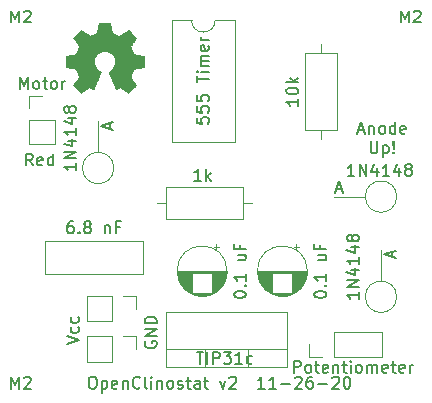
<source format=gbr>
%TF.GenerationSoftware,KiCad,Pcbnew,(5.1.6)-1*%
%TF.CreationDate,2020-11-27T00:36:02-06:00*%
%TF.ProjectId,CircuitBoard,43697263-7569-4744-926f-6172642e6b69,rev?*%
%TF.SameCoordinates,Original*%
%TF.FileFunction,Legend,Top*%
%TF.FilePolarity,Positive*%
%FSLAX46Y46*%
G04 Gerber Fmt 4.6, Leading zero omitted, Abs format (unit mm)*
G04 Created by KiCad (PCBNEW (5.1.6)-1) date 2020-11-27 00:36:02*
%MOMM*%
%LPD*%
G01*
G04 APERTURE LIST*
%ADD10C,0.150000*%
%ADD11C,0.010000*%
%ADD12C,0.120000*%
G04 APERTURE END LIST*
D10*
X225576190Y-99591666D02*
X226052380Y-99591666D01*
X225480952Y-99877380D02*
X225814285Y-98877380D01*
X226147619Y-99877380D01*
X226480952Y-99210714D02*
X226480952Y-99877380D01*
X226480952Y-99305952D02*
X226528571Y-99258333D01*
X226623809Y-99210714D01*
X226766666Y-99210714D01*
X226861904Y-99258333D01*
X226909523Y-99353571D01*
X226909523Y-99877380D01*
X227528571Y-99877380D02*
X227433333Y-99829761D01*
X227385714Y-99782142D01*
X227338095Y-99686904D01*
X227338095Y-99401190D01*
X227385714Y-99305952D01*
X227433333Y-99258333D01*
X227528571Y-99210714D01*
X227671428Y-99210714D01*
X227766666Y-99258333D01*
X227814285Y-99305952D01*
X227861904Y-99401190D01*
X227861904Y-99686904D01*
X227814285Y-99782142D01*
X227766666Y-99829761D01*
X227671428Y-99877380D01*
X227528571Y-99877380D01*
X228719047Y-99877380D02*
X228719047Y-98877380D01*
X228719047Y-99829761D02*
X228623809Y-99877380D01*
X228433333Y-99877380D01*
X228338095Y-99829761D01*
X228290476Y-99782142D01*
X228242857Y-99686904D01*
X228242857Y-99401190D01*
X228290476Y-99305952D01*
X228338095Y-99258333D01*
X228433333Y-99210714D01*
X228623809Y-99210714D01*
X228719047Y-99258333D01*
X229576190Y-99829761D02*
X229480952Y-99877380D01*
X229290476Y-99877380D01*
X229195238Y-99829761D01*
X229147619Y-99734523D01*
X229147619Y-99353571D01*
X229195238Y-99258333D01*
X229290476Y-99210714D01*
X229480952Y-99210714D01*
X229576190Y-99258333D01*
X229623809Y-99353571D01*
X229623809Y-99448809D01*
X229147619Y-99544047D01*
X226623809Y-100527380D02*
X226623809Y-101336904D01*
X226671428Y-101432142D01*
X226719047Y-101479761D01*
X226814285Y-101527380D01*
X227004761Y-101527380D01*
X227100000Y-101479761D01*
X227147619Y-101432142D01*
X227195238Y-101336904D01*
X227195238Y-100527380D01*
X227671428Y-100860714D02*
X227671428Y-101860714D01*
X227671428Y-100908333D02*
X227766666Y-100860714D01*
X227957142Y-100860714D01*
X228052380Y-100908333D01*
X228100000Y-100955952D01*
X228147619Y-101051190D01*
X228147619Y-101336904D01*
X228100000Y-101432142D01*
X228052380Y-101479761D01*
X227957142Y-101527380D01*
X227766666Y-101527380D01*
X227671428Y-101479761D01*
X228576190Y-101432142D02*
X228623809Y-101479761D01*
X228576190Y-101527380D01*
X228528571Y-101479761D01*
X228576190Y-101432142D01*
X228576190Y-101527380D01*
X228576190Y-101146428D02*
X228528571Y-100575000D01*
X228576190Y-100527380D01*
X228623809Y-100575000D01*
X228576190Y-101146428D01*
X228576190Y-100527380D01*
X198028571Y-102552380D02*
X197695238Y-102076190D01*
X197457142Y-102552380D02*
X197457142Y-101552380D01*
X197838095Y-101552380D01*
X197933333Y-101600000D01*
X197980952Y-101647619D01*
X198028571Y-101742857D01*
X198028571Y-101885714D01*
X197980952Y-101980952D01*
X197933333Y-102028571D01*
X197838095Y-102076190D01*
X197457142Y-102076190D01*
X198838095Y-102504761D02*
X198742857Y-102552380D01*
X198552380Y-102552380D01*
X198457142Y-102504761D01*
X198409523Y-102409523D01*
X198409523Y-102028571D01*
X198457142Y-101933333D01*
X198552380Y-101885714D01*
X198742857Y-101885714D01*
X198838095Y-101933333D01*
X198885714Y-102028571D01*
X198885714Y-102123809D01*
X198409523Y-102219047D01*
X199742857Y-102552380D02*
X199742857Y-101552380D01*
X199742857Y-102504761D02*
X199647619Y-102552380D01*
X199457142Y-102552380D01*
X199361904Y-102504761D01*
X199314285Y-102457142D01*
X199266666Y-102361904D01*
X199266666Y-102076190D01*
X199314285Y-101980952D01*
X199361904Y-101933333D01*
X199457142Y-101885714D01*
X199647619Y-101885714D01*
X199742857Y-101933333D01*
X200902380Y-117690476D02*
X201902380Y-117357142D01*
X200902380Y-117023809D01*
X201854761Y-116261904D02*
X201902380Y-116357142D01*
X201902380Y-116547619D01*
X201854761Y-116642857D01*
X201807142Y-116690476D01*
X201711904Y-116738095D01*
X201426190Y-116738095D01*
X201330952Y-116690476D01*
X201283333Y-116642857D01*
X201235714Y-116547619D01*
X201235714Y-116357142D01*
X201283333Y-116261904D01*
X201854761Y-115404761D02*
X201902380Y-115500000D01*
X201902380Y-115690476D01*
X201854761Y-115785714D01*
X201807142Y-115833333D01*
X201711904Y-115880952D01*
X201426190Y-115880952D01*
X201330952Y-115833333D01*
X201283333Y-115785714D01*
X201235714Y-115690476D01*
X201235714Y-115500000D01*
X201283333Y-115404761D01*
X207550000Y-117461904D02*
X207502380Y-117557142D01*
X207502380Y-117700000D01*
X207550000Y-117842857D01*
X207645238Y-117938095D01*
X207740476Y-117985714D01*
X207930952Y-118033333D01*
X208073809Y-118033333D01*
X208264285Y-117985714D01*
X208359523Y-117938095D01*
X208454761Y-117842857D01*
X208502380Y-117700000D01*
X208502380Y-117604761D01*
X208454761Y-117461904D01*
X208407142Y-117414285D01*
X208073809Y-117414285D01*
X208073809Y-117604761D01*
X208502380Y-116985714D02*
X207502380Y-116985714D01*
X208502380Y-116414285D01*
X207502380Y-116414285D01*
X208502380Y-115938095D02*
X207502380Y-115938095D01*
X207502380Y-115700000D01*
X207550000Y-115557142D01*
X207645238Y-115461904D01*
X207740476Y-115414285D01*
X207930952Y-115366666D01*
X208073809Y-115366666D01*
X208264285Y-115414285D01*
X208359523Y-115461904D01*
X208454761Y-115557142D01*
X208502380Y-115700000D01*
X208502380Y-115938095D01*
X217666666Y-121452380D02*
X217095238Y-121452380D01*
X217380952Y-121452380D02*
X217380952Y-120452380D01*
X217285714Y-120595238D01*
X217190476Y-120690476D01*
X217095238Y-120738095D01*
X218619047Y-121452380D02*
X218047619Y-121452380D01*
X218333333Y-121452380D02*
X218333333Y-120452380D01*
X218238095Y-120595238D01*
X218142857Y-120690476D01*
X218047619Y-120738095D01*
X219047619Y-121071428D02*
X219809523Y-121071428D01*
X220238095Y-120547619D02*
X220285714Y-120500000D01*
X220380952Y-120452380D01*
X220619047Y-120452380D01*
X220714285Y-120500000D01*
X220761904Y-120547619D01*
X220809523Y-120642857D01*
X220809523Y-120738095D01*
X220761904Y-120880952D01*
X220190476Y-121452380D01*
X220809523Y-121452380D01*
X221666666Y-120452380D02*
X221476190Y-120452380D01*
X221380952Y-120500000D01*
X221333333Y-120547619D01*
X221238095Y-120690476D01*
X221190476Y-120880952D01*
X221190476Y-121261904D01*
X221238095Y-121357142D01*
X221285714Y-121404761D01*
X221380952Y-121452380D01*
X221571428Y-121452380D01*
X221666666Y-121404761D01*
X221714285Y-121357142D01*
X221761904Y-121261904D01*
X221761904Y-121023809D01*
X221714285Y-120928571D01*
X221666666Y-120880952D01*
X221571428Y-120833333D01*
X221380952Y-120833333D01*
X221285714Y-120880952D01*
X221238095Y-120928571D01*
X221190476Y-121023809D01*
X222190476Y-121071428D02*
X222952380Y-121071428D01*
X223380952Y-120547619D02*
X223428571Y-120500000D01*
X223523809Y-120452380D01*
X223761904Y-120452380D01*
X223857142Y-120500000D01*
X223904761Y-120547619D01*
X223952380Y-120642857D01*
X223952380Y-120738095D01*
X223904761Y-120880952D01*
X223333333Y-121452380D01*
X223952380Y-121452380D01*
X224571428Y-120452380D02*
X224666666Y-120452380D01*
X224761904Y-120500000D01*
X224809523Y-120547619D01*
X224857142Y-120642857D01*
X224904761Y-120833333D01*
X224904761Y-121071428D01*
X224857142Y-121261904D01*
X224809523Y-121357142D01*
X224761904Y-121404761D01*
X224666666Y-121452380D01*
X224571428Y-121452380D01*
X224476190Y-121404761D01*
X224428571Y-121357142D01*
X224380952Y-121261904D01*
X224333333Y-121071428D01*
X224333333Y-120833333D01*
X224380952Y-120642857D01*
X224428571Y-120547619D01*
X224476190Y-120500000D01*
X224571428Y-120452380D01*
X203000000Y-120452380D02*
X203190476Y-120452380D01*
X203285714Y-120500000D01*
X203380952Y-120595238D01*
X203428571Y-120785714D01*
X203428571Y-121119047D01*
X203380952Y-121309523D01*
X203285714Y-121404761D01*
X203190476Y-121452380D01*
X203000000Y-121452380D01*
X202904761Y-121404761D01*
X202809523Y-121309523D01*
X202761904Y-121119047D01*
X202761904Y-120785714D01*
X202809523Y-120595238D01*
X202904761Y-120500000D01*
X203000000Y-120452380D01*
X203857142Y-120785714D02*
X203857142Y-121785714D01*
X203857142Y-120833333D02*
X203952380Y-120785714D01*
X204142857Y-120785714D01*
X204238095Y-120833333D01*
X204285714Y-120880952D01*
X204333333Y-120976190D01*
X204333333Y-121261904D01*
X204285714Y-121357142D01*
X204238095Y-121404761D01*
X204142857Y-121452380D01*
X203952380Y-121452380D01*
X203857142Y-121404761D01*
X205142857Y-121404761D02*
X205047619Y-121452380D01*
X204857142Y-121452380D01*
X204761904Y-121404761D01*
X204714285Y-121309523D01*
X204714285Y-120928571D01*
X204761904Y-120833333D01*
X204857142Y-120785714D01*
X205047619Y-120785714D01*
X205142857Y-120833333D01*
X205190476Y-120928571D01*
X205190476Y-121023809D01*
X204714285Y-121119047D01*
X205619047Y-120785714D02*
X205619047Y-121452380D01*
X205619047Y-120880952D02*
X205666666Y-120833333D01*
X205761904Y-120785714D01*
X205904761Y-120785714D01*
X206000000Y-120833333D01*
X206047619Y-120928571D01*
X206047619Y-121452380D01*
X207095238Y-121357142D02*
X207047619Y-121404761D01*
X206904761Y-121452380D01*
X206809523Y-121452380D01*
X206666666Y-121404761D01*
X206571428Y-121309523D01*
X206523809Y-121214285D01*
X206476190Y-121023809D01*
X206476190Y-120880952D01*
X206523809Y-120690476D01*
X206571428Y-120595238D01*
X206666666Y-120500000D01*
X206809523Y-120452380D01*
X206904761Y-120452380D01*
X207047619Y-120500000D01*
X207095238Y-120547619D01*
X207666666Y-121452380D02*
X207571428Y-121404761D01*
X207523809Y-121309523D01*
X207523809Y-120452380D01*
X208047619Y-121452380D02*
X208047619Y-120785714D01*
X208047619Y-120452380D02*
X208000000Y-120500000D01*
X208047619Y-120547619D01*
X208095238Y-120500000D01*
X208047619Y-120452380D01*
X208047619Y-120547619D01*
X208523809Y-120785714D02*
X208523809Y-121452380D01*
X208523809Y-120880952D02*
X208571428Y-120833333D01*
X208666666Y-120785714D01*
X208809523Y-120785714D01*
X208904761Y-120833333D01*
X208952380Y-120928571D01*
X208952380Y-121452380D01*
X209571428Y-121452380D02*
X209476190Y-121404761D01*
X209428571Y-121357142D01*
X209380952Y-121261904D01*
X209380952Y-120976190D01*
X209428571Y-120880952D01*
X209476190Y-120833333D01*
X209571428Y-120785714D01*
X209714285Y-120785714D01*
X209809523Y-120833333D01*
X209857142Y-120880952D01*
X209904761Y-120976190D01*
X209904761Y-121261904D01*
X209857142Y-121357142D01*
X209809523Y-121404761D01*
X209714285Y-121452380D01*
X209571428Y-121452380D01*
X210285714Y-121404761D02*
X210380952Y-121452380D01*
X210571428Y-121452380D01*
X210666666Y-121404761D01*
X210714285Y-121309523D01*
X210714285Y-121261904D01*
X210666666Y-121166666D01*
X210571428Y-121119047D01*
X210428571Y-121119047D01*
X210333333Y-121071428D01*
X210285714Y-120976190D01*
X210285714Y-120928571D01*
X210333333Y-120833333D01*
X210428571Y-120785714D01*
X210571428Y-120785714D01*
X210666666Y-120833333D01*
X211000000Y-120785714D02*
X211380952Y-120785714D01*
X211142857Y-120452380D02*
X211142857Y-121309523D01*
X211190476Y-121404761D01*
X211285714Y-121452380D01*
X211380952Y-121452380D01*
X212142857Y-121452380D02*
X212142857Y-120928571D01*
X212095238Y-120833333D01*
X212000000Y-120785714D01*
X211809523Y-120785714D01*
X211714285Y-120833333D01*
X212142857Y-121404761D02*
X212047619Y-121452380D01*
X211809523Y-121452380D01*
X211714285Y-121404761D01*
X211666666Y-121309523D01*
X211666666Y-121214285D01*
X211714285Y-121119047D01*
X211809523Y-121071428D01*
X212047619Y-121071428D01*
X212142857Y-121023809D01*
X212476190Y-120785714D02*
X212857142Y-120785714D01*
X212619047Y-120452380D02*
X212619047Y-121309523D01*
X212666666Y-121404761D01*
X212761904Y-121452380D01*
X212857142Y-121452380D01*
X213857142Y-120785714D02*
X214095238Y-121452380D01*
X214333333Y-120785714D01*
X214666666Y-120547619D02*
X214714285Y-120500000D01*
X214809523Y-120452380D01*
X215047619Y-120452380D01*
X215142857Y-120500000D01*
X215190476Y-120547619D01*
X215238095Y-120642857D01*
X215238095Y-120738095D01*
X215190476Y-120880952D01*
X214619047Y-121452380D01*
X215238095Y-121452380D01*
D11*
%TO.C,REF\u002A\u002A*%
G36*
X204655814Y-90918931D02*
G01*
X204739635Y-91363555D01*
X205048920Y-91491053D01*
X205358206Y-91618551D01*
X205729246Y-91366246D01*
X205833157Y-91295996D01*
X205927087Y-91233272D01*
X206006652Y-91180938D01*
X206067470Y-91141857D01*
X206105157Y-91118893D01*
X206115421Y-91113942D01*
X206133910Y-91126676D01*
X206173420Y-91161882D01*
X206229522Y-91215062D01*
X206297787Y-91281718D01*
X206373786Y-91357354D01*
X206453092Y-91437472D01*
X206531275Y-91517574D01*
X206603907Y-91593164D01*
X206666559Y-91659745D01*
X206714803Y-91712818D01*
X206744210Y-91747887D01*
X206751241Y-91759623D01*
X206741123Y-91781260D01*
X206712759Y-91828662D01*
X206669129Y-91897193D01*
X206613218Y-91982215D01*
X206548006Y-92079093D01*
X206510219Y-92134350D01*
X206441343Y-92235248D01*
X206380140Y-92326299D01*
X206329578Y-92402970D01*
X206292628Y-92460728D01*
X206272258Y-92495043D01*
X206269197Y-92502254D01*
X206276136Y-92522748D01*
X206295051Y-92570513D01*
X206323087Y-92638832D01*
X206357391Y-92720989D01*
X206395109Y-92810270D01*
X206433387Y-92899958D01*
X206469370Y-92983338D01*
X206500206Y-93053694D01*
X206523039Y-93104310D01*
X206535017Y-93128471D01*
X206535724Y-93129422D01*
X206554531Y-93134036D01*
X206604618Y-93144328D01*
X206680793Y-93159287D01*
X206777865Y-93177901D01*
X206890643Y-93199159D01*
X206956442Y-93211418D01*
X207076950Y-93234362D01*
X207185797Y-93256195D01*
X207277476Y-93275722D01*
X207346481Y-93291748D01*
X207387304Y-93303079D01*
X207395511Y-93306674D01*
X207403548Y-93331006D01*
X207410033Y-93385959D01*
X207414970Y-93465108D01*
X207418364Y-93562026D01*
X207420218Y-93670287D01*
X207420538Y-93783465D01*
X207419327Y-93895135D01*
X207416590Y-93998868D01*
X207412331Y-94088241D01*
X207406555Y-94156826D01*
X207399267Y-94198197D01*
X207394895Y-94206810D01*
X207368764Y-94217133D01*
X207313393Y-94231892D01*
X207236107Y-94249352D01*
X207144230Y-94267780D01*
X207112158Y-94273741D01*
X206957524Y-94302066D01*
X206835375Y-94324876D01*
X206741673Y-94343080D01*
X206672384Y-94357583D01*
X206623471Y-94369292D01*
X206590897Y-94379115D01*
X206570628Y-94387956D01*
X206558626Y-94396724D01*
X206556947Y-94398457D01*
X206540184Y-94426371D01*
X206514614Y-94480695D01*
X206482788Y-94554777D01*
X206447260Y-94641965D01*
X206410583Y-94735608D01*
X206375311Y-94829052D01*
X206343996Y-94915647D01*
X206319193Y-94988740D01*
X206303454Y-95041678D01*
X206299332Y-95067811D01*
X206299676Y-95068726D01*
X206313641Y-95090086D01*
X206345322Y-95137084D01*
X206391391Y-95204827D01*
X206448518Y-95288423D01*
X206513373Y-95382982D01*
X206531843Y-95409854D01*
X206597699Y-95507275D01*
X206655650Y-95596163D01*
X206702538Y-95671412D01*
X206735207Y-95727920D01*
X206750500Y-95760581D01*
X206751241Y-95764593D01*
X206738392Y-95785684D01*
X206702888Y-95827464D01*
X206649293Y-95885445D01*
X206582171Y-95955135D01*
X206506087Y-96032045D01*
X206425604Y-96111683D01*
X206345287Y-96189561D01*
X206269699Y-96261186D01*
X206203405Y-96322070D01*
X206150969Y-96367721D01*
X206116955Y-96393650D01*
X206107545Y-96397883D01*
X206085643Y-96387912D01*
X206040800Y-96361020D01*
X205980321Y-96321736D01*
X205933789Y-96290117D01*
X205849475Y-96232098D01*
X205749626Y-96163784D01*
X205649473Y-96095579D01*
X205595627Y-96059075D01*
X205413371Y-95935800D01*
X205260381Y-96018520D01*
X205190682Y-96054759D01*
X205131414Y-96082926D01*
X205091311Y-96098991D01*
X205081103Y-96101226D01*
X205068829Y-96084722D01*
X205044613Y-96038082D01*
X205010263Y-95965609D01*
X204967588Y-95871606D01*
X204918394Y-95760374D01*
X204864490Y-95636215D01*
X204807684Y-95503432D01*
X204749782Y-95366327D01*
X204692593Y-95229202D01*
X204637924Y-95096358D01*
X204587584Y-94972098D01*
X204543380Y-94860725D01*
X204507119Y-94766539D01*
X204480609Y-94693844D01*
X204465658Y-94646941D01*
X204463254Y-94630833D01*
X204482311Y-94610286D01*
X204524036Y-94576933D01*
X204579706Y-94537702D01*
X204584378Y-94534599D01*
X204728264Y-94419423D01*
X204844283Y-94285053D01*
X204931430Y-94135784D01*
X204988699Y-93975913D01*
X205015086Y-93809737D01*
X205009585Y-93641552D01*
X204971190Y-93475655D01*
X204898895Y-93316342D01*
X204877626Y-93281487D01*
X204766996Y-93140737D01*
X204636302Y-93027714D01*
X204490064Y-92943003D01*
X204332808Y-92887194D01*
X204169057Y-92860874D01*
X204003333Y-92864630D01*
X203840162Y-92899050D01*
X203684065Y-92964723D01*
X203539567Y-93062235D01*
X203494869Y-93101813D01*
X203381112Y-93225703D01*
X203298218Y-93356124D01*
X203241356Y-93502315D01*
X203209687Y-93647088D01*
X203201869Y-93809860D01*
X203227938Y-93973440D01*
X203285245Y-94132298D01*
X203371144Y-94280906D01*
X203482986Y-94413735D01*
X203618123Y-94525256D01*
X203635883Y-94537011D01*
X203692150Y-94575508D01*
X203734923Y-94608863D01*
X203755372Y-94630160D01*
X203755669Y-94630833D01*
X203751279Y-94653871D01*
X203733876Y-94706157D01*
X203705268Y-94783390D01*
X203667265Y-94881268D01*
X203621674Y-94995491D01*
X203570303Y-95121758D01*
X203514962Y-95255767D01*
X203457458Y-95393218D01*
X203399601Y-95529808D01*
X203343198Y-95661237D01*
X203290058Y-95783205D01*
X203241990Y-95891409D01*
X203200801Y-95981549D01*
X203168301Y-96049323D01*
X203146297Y-96090430D01*
X203137436Y-96101226D01*
X203110360Y-96092819D01*
X203059697Y-96070272D01*
X202994183Y-96037613D01*
X202958159Y-96018520D01*
X202805168Y-95935800D01*
X202622912Y-96059075D01*
X202529875Y-96122228D01*
X202428015Y-96191727D01*
X202332562Y-96257165D01*
X202284750Y-96290117D01*
X202217505Y-96335273D01*
X202160564Y-96371057D01*
X202121354Y-96392938D01*
X202108619Y-96397563D01*
X202090083Y-96385085D01*
X202049059Y-96350252D01*
X201989525Y-96296678D01*
X201915458Y-96227983D01*
X201830835Y-96147781D01*
X201777315Y-96096286D01*
X201683681Y-96004286D01*
X201602759Y-95921999D01*
X201537823Y-95852945D01*
X201492142Y-95800644D01*
X201468989Y-95768616D01*
X201466768Y-95762116D01*
X201477076Y-95737394D01*
X201505561Y-95687405D01*
X201549063Y-95617212D01*
X201604423Y-95531875D01*
X201668480Y-95436456D01*
X201686697Y-95409854D01*
X201753073Y-95313167D01*
X201812622Y-95226117D01*
X201862016Y-95153595D01*
X201897925Y-95100493D01*
X201917019Y-95071703D01*
X201918864Y-95068726D01*
X201916105Y-95045782D01*
X201901462Y-94995336D01*
X201877487Y-94924041D01*
X201846734Y-94838547D01*
X201811756Y-94745507D01*
X201775107Y-94651574D01*
X201739339Y-94563399D01*
X201707006Y-94487634D01*
X201680662Y-94430931D01*
X201662858Y-94399943D01*
X201661593Y-94398457D01*
X201650706Y-94389601D01*
X201632318Y-94380843D01*
X201602394Y-94371277D01*
X201556897Y-94359996D01*
X201491791Y-94346093D01*
X201403039Y-94328663D01*
X201286607Y-94306798D01*
X201138458Y-94279591D01*
X201106382Y-94273741D01*
X201011314Y-94255374D01*
X200928435Y-94237405D01*
X200865070Y-94221569D01*
X200828542Y-94209600D01*
X200823644Y-94206810D01*
X200815573Y-94182072D01*
X200809013Y-94126790D01*
X200803967Y-94047389D01*
X200800441Y-93950296D01*
X200798439Y-93841938D01*
X200797964Y-93728740D01*
X200799023Y-93617128D01*
X200801618Y-93513529D01*
X200805754Y-93424368D01*
X200811437Y-93356072D01*
X200818669Y-93315066D01*
X200823029Y-93306674D01*
X200847302Y-93298208D01*
X200902574Y-93284435D01*
X200983338Y-93266550D01*
X201084088Y-93245748D01*
X201199317Y-93223223D01*
X201262098Y-93211418D01*
X201381213Y-93189151D01*
X201487435Y-93168979D01*
X201575573Y-93151915D01*
X201640434Y-93138969D01*
X201676826Y-93131155D01*
X201682816Y-93129422D01*
X201692939Y-93109890D01*
X201714338Y-93062843D01*
X201744161Y-92995003D01*
X201779555Y-92913091D01*
X201817668Y-92823828D01*
X201855647Y-92733935D01*
X201890640Y-92650135D01*
X201919794Y-92579147D01*
X201940257Y-92527694D01*
X201949177Y-92502497D01*
X201949343Y-92501396D01*
X201939231Y-92481519D01*
X201910883Y-92435777D01*
X201867277Y-92368717D01*
X201811394Y-92284884D01*
X201746213Y-92188826D01*
X201708321Y-92133650D01*
X201639275Y-92032481D01*
X201577950Y-91940630D01*
X201527337Y-91862744D01*
X201490429Y-91803469D01*
X201470218Y-91767451D01*
X201467299Y-91759377D01*
X201479847Y-91740584D01*
X201514537Y-91700457D01*
X201566937Y-91643493D01*
X201632616Y-91574185D01*
X201707144Y-91497031D01*
X201786087Y-91416525D01*
X201865017Y-91337163D01*
X201939500Y-91263440D01*
X202005106Y-91199852D01*
X202057404Y-91150894D01*
X202091961Y-91121061D01*
X202103522Y-91113942D01*
X202122346Y-91123953D01*
X202167369Y-91152078D01*
X202234213Y-91195454D01*
X202318501Y-91251218D01*
X202415856Y-91316506D01*
X202489293Y-91366246D01*
X202860333Y-91618551D01*
X203478905Y-91363555D01*
X203562725Y-90918931D01*
X203646546Y-90474307D01*
X204571994Y-90474307D01*
X204655814Y-90918931D01*
G37*
X204655814Y-90918931D02*
X204739635Y-91363555D01*
X205048920Y-91491053D01*
X205358206Y-91618551D01*
X205729246Y-91366246D01*
X205833157Y-91295996D01*
X205927087Y-91233272D01*
X206006652Y-91180938D01*
X206067470Y-91141857D01*
X206105157Y-91118893D01*
X206115421Y-91113942D01*
X206133910Y-91126676D01*
X206173420Y-91161882D01*
X206229522Y-91215062D01*
X206297787Y-91281718D01*
X206373786Y-91357354D01*
X206453092Y-91437472D01*
X206531275Y-91517574D01*
X206603907Y-91593164D01*
X206666559Y-91659745D01*
X206714803Y-91712818D01*
X206744210Y-91747887D01*
X206751241Y-91759623D01*
X206741123Y-91781260D01*
X206712759Y-91828662D01*
X206669129Y-91897193D01*
X206613218Y-91982215D01*
X206548006Y-92079093D01*
X206510219Y-92134350D01*
X206441343Y-92235248D01*
X206380140Y-92326299D01*
X206329578Y-92402970D01*
X206292628Y-92460728D01*
X206272258Y-92495043D01*
X206269197Y-92502254D01*
X206276136Y-92522748D01*
X206295051Y-92570513D01*
X206323087Y-92638832D01*
X206357391Y-92720989D01*
X206395109Y-92810270D01*
X206433387Y-92899958D01*
X206469370Y-92983338D01*
X206500206Y-93053694D01*
X206523039Y-93104310D01*
X206535017Y-93128471D01*
X206535724Y-93129422D01*
X206554531Y-93134036D01*
X206604618Y-93144328D01*
X206680793Y-93159287D01*
X206777865Y-93177901D01*
X206890643Y-93199159D01*
X206956442Y-93211418D01*
X207076950Y-93234362D01*
X207185797Y-93256195D01*
X207277476Y-93275722D01*
X207346481Y-93291748D01*
X207387304Y-93303079D01*
X207395511Y-93306674D01*
X207403548Y-93331006D01*
X207410033Y-93385959D01*
X207414970Y-93465108D01*
X207418364Y-93562026D01*
X207420218Y-93670287D01*
X207420538Y-93783465D01*
X207419327Y-93895135D01*
X207416590Y-93998868D01*
X207412331Y-94088241D01*
X207406555Y-94156826D01*
X207399267Y-94198197D01*
X207394895Y-94206810D01*
X207368764Y-94217133D01*
X207313393Y-94231892D01*
X207236107Y-94249352D01*
X207144230Y-94267780D01*
X207112158Y-94273741D01*
X206957524Y-94302066D01*
X206835375Y-94324876D01*
X206741673Y-94343080D01*
X206672384Y-94357583D01*
X206623471Y-94369292D01*
X206590897Y-94379115D01*
X206570628Y-94387956D01*
X206558626Y-94396724D01*
X206556947Y-94398457D01*
X206540184Y-94426371D01*
X206514614Y-94480695D01*
X206482788Y-94554777D01*
X206447260Y-94641965D01*
X206410583Y-94735608D01*
X206375311Y-94829052D01*
X206343996Y-94915647D01*
X206319193Y-94988740D01*
X206303454Y-95041678D01*
X206299332Y-95067811D01*
X206299676Y-95068726D01*
X206313641Y-95090086D01*
X206345322Y-95137084D01*
X206391391Y-95204827D01*
X206448518Y-95288423D01*
X206513373Y-95382982D01*
X206531843Y-95409854D01*
X206597699Y-95507275D01*
X206655650Y-95596163D01*
X206702538Y-95671412D01*
X206735207Y-95727920D01*
X206750500Y-95760581D01*
X206751241Y-95764593D01*
X206738392Y-95785684D01*
X206702888Y-95827464D01*
X206649293Y-95885445D01*
X206582171Y-95955135D01*
X206506087Y-96032045D01*
X206425604Y-96111683D01*
X206345287Y-96189561D01*
X206269699Y-96261186D01*
X206203405Y-96322070D01*
X206150969Y-96367721D01*
X206116955Y-96393650D01*
X206107545Y-96397883D01*
X206085643Y-96387912D01*
X206040800Y-96361020D01*
X205980321Y-96321736D01*
X205933789Y-96290117D01*
X205849475Y-96232098D01*
X205749626Y-96163784D01*
X205649473Y-96095579D01*
X205595627Y-96059075D01*
X205413371Y-95935800D01*
X205260381Y-96018520D01*
X205190682Y-96054759D01*
X205131414Y-96082926D01*
X205091311Y-96098991D01*
X205081103Y-96101226D01*
X205068829Y-96084722D01*
X205044613Y-96038082D01*
X205010263Y-95965609D01*
X204967588Y-95871606D01*
X204918394Y-95760374D01*
X204864490Y-95636215D01*
X204807684Y-95503432D01*
X204749782Y-95366327D01*
X204692593Y-95229202D01*
X204637924Y-95096358D01*
X204587584Y-94972098D01*
X204543380Y-94860725D01*
X204507119Y-94766539D01*
X204480609Y-94693844D01*
X204465658Y-94646941D01*
X204463254Y-94630833D01*
X204482311Y-94610286D01*
X204524036Y-94576933D01*
X204579706Y-94537702D01*
X204584378Y-94534599D01*
X204728264Y-94419423D01*
X204844283Y-94285053D01*
X204931430Y-94135784D01*
X204988699Y-93975913D01*
X205015086Y-93809737D01*
X205009585Y-93641552D01*
X204971190Y-93475655D01*
X204898895Y-93316342D01*
X204877626Y-93281487D01*
X204766996Y-93140737D01*
X204636302Y-93027714D01*
X204490064Y-92943003D01*
X204332808Y-92887194D01*
X204169057Y-92860874D01*
X204003333Y-92864630D01*
X203840162Y-92899050D01*
X203684065Y-92964723D01*
X203539567Y-93062235D01*
X203494869Y-93101813D01*
X203381112Y-93225703D01*
X203298218Y-93356124D01*
X203241356Y-93502315D01*
X203209687Y-93647088D01*
X203201869Y-93809860D01*
X203227938Y-93973440D01*
X203285245Y-94132298D01*
X203371144Y-94280906D01*
X203482986Y-94413735D01*
X203618123Y-94525256D01*
X203635883Y-94537011D01*
X203692150Y-94575508D01*
X203734923Y-94608863D01*
X203755372Y-94630160D01*
X203755669Y-94630833D01*
X203751279Y-94653871D01*
X203733876Y-94706157D01*
X203705268Y-94783390D01*
X203667265Y-94881268D01*
X203621674Y-94995491D01*
X203570303Y-95121758D01*
X203514962Y-95255767D01*
X203457458Y-95393218D01*
X203399601Y-95529808D01*
X203343198Y-95661237D01*
X203290058Y-95783205D01*
X203241990Y-95891409D01*
X203200801Y-95981549D01*
X203168301Y-96049323D01*
X203146297Y-96090430D01*
X203137436Y-96101226D01*
X203110360Y-96092819D01*
X203059697Y-96070272D01*
X202994183Y-96037613D01*
X202958159Y-96018520D01*
X202805168Y-95935800D01*
X202622912Y-96059075D01*
X202529875Y-96122228D01*
X202428015Y-96191727D01*
X202332562Y-96257165D01*
X202284750Y-96290117D01*
X202217505Y-96335273D01*
X202160564Y-96371057D01*
X202121354Y-96392938D01*
X202108619Y-96397563D01*
X202090083Y-96385085D01*
X202049059Y-96350252D01*
X201989525Y-96296678D01*
X201915458Y-96227983D01*
X201830835Y-96147781D01*
X201777315Y-96096286D01*
X201683681Y-96004286D01*
X201602759Y-95921999D01*
X201537823Y-95852945D01*
X201492142Y-95800644D01*
X201468989Y-95768616D01*
X201466768Y-95762116D01*
X201477076Y-95737394D01*
X201505561Y-95687405D01*
X201549063Y-95617212D01*
X201604423Y-95531875D01*
X201668480Y-95436456D01*
X201686697Y-95409854D01*
X201753073Y-95313167D01*
X201812622Y-95226117D01*
X201862016Y-95153595D01*
X201897925Y-95100493D01*
X201917019Y-95071703D01*
X201918864Y-95068726D01*
X201916105Y-95045782D01*
X201901462Y-94995336D01*
X201877487Y-94924041D01*
X201846734Y-94838547D01*
X201811756Y-94745507D01*
X201775107Y-94651574D01*
X201739339Y-94563399D01*
X201707006Y-94487634D01*
X201680662Y-94430931D01*
X201662858Y-94399943D01*
X201661593Y-94398457D01*
X201650706Y-94389601D01*
X201632318Y-94380843D01*
X201602394Y-94371277D01*
X201556897Y-94359996D01*
X201491791Y-94346093D01*
X201403039Y-94328663D01*
X201286607Y-94306798D01*
X201138458Y-94279591D01*
X201106382Y-94273741D01*
X201011314Y-94255374D01*
X200928435Y-94237405D01*
X200865070Y-94221569D01*
X200828542Y-94209600D01*
X200823644Y-94206810D01*
X200815573Y-94182072D01*
X200809013Y-94126790D01*
X200803967Y-94047389D01*
X200800441Y-93950296D01*
X200798439Y-93841938D01*
X200797964Y-93728740D01*
X200799023Y-93617128D01*
X200801618Y-93513529D01*
X200805754Y-93424368D01*
X200811437Y-93356072D01*
X200818669Y-93315066D01*
X200823029Y-93306674D01*
X200847302Y-93298208D01*
X200902574Y-93284435D01*
X200983338Y-93266550D01*
X201084088Y-93245748D01*
X201199317Y-93223223D01*
X201262098Y-93211418D01*
X201381213Y-93189151D01*
X201487435Y-93168979D01*
X201575573Y-93151915D01*
X201640434Y-93138969D01*
X201676826Y-93131155D01*
X201682816Y-93129422D01*
X201692939Y-93109890D01*
X201714338Y-93062843D01*
X201744161Y-92995003D01*
X201779555Y-92913091D01*
X201817668Y-92823828D01*
X201855647Y-92733935D01*
X201890640Y-92650135D01*
X201919794Y-92579147D01*
X201940257Y-92527694D01*
X201949177Y-92502497D01*
X201949343Y-92501396D01*
X201939231Y-92481519D01*
X201910883Y-92435777D01*
X201867277Y-92368717D01*
X201811394Y-92284884D01*
X201746213Y-92188826D01*
X201708321Y-92133650D01*
X201639275Y-92032481D01*
X201577950Y-91940630D01*
X201527337Y-91862744D01*
X201490429Y-91803469D01*
X201470218Y-91767451D01*
X201467299Y-91759377D01*
X201479847Y-91740584D01*
X201514537Y-91700457D01*
X201566937Y-91643493D01*
X201632616Y-91574185D01*
X201707144Y-91497031D01*
X201786087Y-91416525D01*
X201865017Y-91337163D01*
X201939500Y-91263440D01*
X202005106Y-91199852D01*
X202057404Y-91150894D01*
X202091961Y-91121061D01*
X202103522Y-91113942D01*
X202122346Y-91123953D01*
X202167369Y-91152078D01*
X202234213Y-91195454D01*
X202318501Y-91251218D01*
X202415856Y-91316506D01*
X202489293Y-91366246D01*
X202860333Y-91618551D01*
X203478905Y-91363555D01*
X203562725Y-90918931D01*
X203646546Y-90474307D01*
X204571994Y-90474307D01*
X204655814Y-90918931D01*
D12*
%TO.C,1N4148*%
X204876371Y-102780000D02*
G75*
G03*
X204876371Y-102780000I-1326371J0D01*
G01*
X203550000Y-101453629D02*
X203550000Y-98800000D01*
X228826371Y-105200000D02*
G75*
G03*
X228826371Y-105200000I-1326371J0D01*
G01*
X226173629Y-105200000D02*
X223520000Y-105200000D01*
X228826371Y-113680000D02*
G75*
G03*
X228826371Y-113680000I-1326371J0D01*
G01*
X227500000Y-112353629D02*
X227500000Y-109700000D01*
%TO.C,6.8 nF*%
X199080000Y-108980000D02*
X207320000Y-108980000D01*
X199080000Y-111720000D02*
X207320000Y-111720000D01*
X199080000Y-108980000D02*
X199080000Y-111720000D01*
X207320000Y-108980000D02*
X207320000Y-111720000D01*
%TO.C,555 Timer*%
X213460000Y-90270000D02*
G75*
G02*
X211460000Y-90270000I-1000000J0D01*
G01*
X211460000Y-90270000D02*
X209810000Y-90270000D01*
X209810000Y-90270000D02*
X209810000Y-100550000D01*
X209810000Y-100550000D02*
X215110000Y-100550000D01*
X215110000Y-100550000D02*
X215110000Y-90270000D01*
X215110000Y-90270000D02*
X213460000Y-90270000D01*
%TO.C,Potentiometer*%
X227560000Y-118760000D02*
X227560000Y-116640000D01*
X223500000Y-118760000D02*
X227560000Y-118760000D01*
X223500000Y-116640000D02*
X227560000Y-116640000D01*
X223500000Y-118760000D02*
X223500000Y-116640000D01*
X222500000Y-118760000D02*
X221440000Y-118760000D01*
X221440000Y-118760000D02*
X221440000Y-117700000D01*
%TO.C,1k*%
X215840000Y-107120000D02*
X215840000Y-104380000D01*
X215840000Y-104380000D02*
X209300000Y-104380000D01*
X209300000Y-104380000D02*
X209300000Y-107120000D01*
X209300000Y-107120000D02*
X215840000Y-107120000D01*
X216610000Y-105750000D02*
X215840000Y-105750000D01*
X208530000Y-105750000D02*
X209300000Y-105750000D01*
%TO.C,10k*%
X221030000Y-99590000D02*
X223770000Y-99590000D01*
X223770000Y-99590000D02*
X223770000Y-93050000D01*
X223770000Y-93050000D02*
X221030000Y-93050000D01*
X221030000Y-93050000D02*
X221030000Y-99590000D01*
X222400000Y-100360000D02*
X222400000Y-99590000D01*
X222400000Y-92280000D02*
X222400000Y-93050000D01*
%TO.C,TIP31c*%
X219530000Y-119620000D02*
X209290000Y-119620000D01*
X219530000Y-114979000D02*
X209290000Y-114979000D01*
X219530000Y-119620000D02*
X219530000Y-114979000D01*
X209290000Y-119620000D02*
X209290000Y-114979000D01*
X219530000Y-118110000D02*
X209290000Y-118110000D01*
X216260000Y-119620000D02*
X216260000Y-118110000D01*
X212559000Y-119620000D02*
X212559000Y-118110000D01*
%TO.C,Motor*%
X197740000Y-100760000D02*
X199860000Y-100760000D01*
X197740000Y-98700000D02*
X197740000Y-100760000D01*
X199860000Y-98700000D02*
X199860000Y-100760000D01*
X197740000Y-98700000D02*
X199860000Y-98700000D01*
X197740000Y-97700000D02*
X197740000Y-96640000D01*
X197740000Y-96640000D02*
X198800000Y-96640000D01*
%TO.C,J2*%
X202640000Y-117040000D02*
X202640000Y-119160000D01*
X204700000Y-117040000D02*
X202640000Y-117040000D01*
X204700000Y-119160000D02*
X202640000Y-119160000D01*
X204700000Y-117040000D02*
X204700000Y-119160000D01*
X205700000Y-117040000D02*
X206760000Y-117040000D01*
X206760000Y-117040000D02*
X206760000Y-118100000D01*
%TO.C,J1*%
X202640000Y-113640000D02*
X202640000Y-115760000D01*
X204700000Y-113640000D02*
X202640000Y-113640000D01*
X204700000Y-115760000D02*
X202640000Y-115760000D01*
X204700000Y-113640000D02*
X204700000Y-115760000D01*
X205700000Y-113640000D02*
X206760000Y-113640000D01*
X206760000Y-113640000D02*
X206760000Y-114700000D01*
%TO.C,0.1 uF*%
X221270000Y-111500000D02*
G75*
G03*
X221270000Y-111500000I-2120000J0D01*
G01*
X221230000Y-111500000D02*
X217070000Y-111500000D01*
X221230000Y-111540000D02*
X217070000Y-111540000D01*
X221229000Y-111580000D02*
X217071000Y-111580000D01*
X221227000Y-111620000D02*
X217073000Y-111620000D01*
X221224000Y-111660000D02*
X217076000Y-111660000D01*
X221221000Y-111700000D02*
X219990000Y-111700000D01*
X218310000Y-111700000D02*
X217079000Y-111700000D01*
X221217000Y-111740000D02*
X219990000Y-111740000D01*
X218310000Y-111740000D02*
X217083000Y-111740000D01*
X221212000Y-111780000D02*
X219990000Y-111780000D01*
X218310000Y-111780000D02*
X217088000Y-111780000D01*
X221206000Y-111820000D02*
X219990000Y-111820000D01*
X218310000Y-111820000D02*
X217094000Y-111820000D01*
X221200000Y-111860000D02*
X219990000Y-111860000D01*
X218310000Y-111860000D02*
X217100000Y-111860000D01*
X221192000Y-111900000D02*
X219990000Y-111900000D01*
X218310000Y-111900000D02*
X217108000Y-111900000D01*
X221184000Y-111940000D02*
X219990000Y-111940000D01*
X218310000Y-111940000D02*
X217116000Y-111940000D01*
X221175000Y-111980000D02*
X219990000Y-111980000D01*
X218310000Y-111980000D02*
X217125000Y-111980000D01*
X221166000Y-112020000D02*
X219990000Y-112020000D01*
X218310000Y-112020000D02*
X217134000Y-112020000D01*
X221155000Y-112060000D02*
X219990000Y-112060000D01*
X218310000Y-112060000D02*
X217145000Y-112060000D01*
X221144000Y-112100000D02*
X219990000Y-112100000D01*
X218310000Y-112100000D02*
X217156000Y-112100000D01*
X221132000Y-112140000D02*
X219990000Y-112140000D01*
X218310000Y-112140000D02*
X217168000Y-112140000D01*
X221118000Y-112180000D02*
X219990000Y-112180000D01*
X218310000Y-112180000D02*
X217182000Y-112180000D01*
X221104000Y-112221000D02*
X219990000Y-112221000D01*
X218310000Y-112221000D02*
X217196000Y-112221000D01*
X221090000Y-112261000D02*
X219990000Y-112261000D01*
X218310000Y-112261000D02*
X217210000Y-112261000D01*
X221074000Y-112301000D02*
X219990000Y-112301000D01*
X218310000Y-112301000D02*
X217226000Y-112301000D01*
X221057000Y-112341000D02*
X219990000Y-112341000D01*
X218310000Y-112341000D02*
X217243000Y-112341000D01*
X221039000Y-112381000D02*
X219990000Y-112381000D01*
X218310000Y-112381000D02*
X217261000Y-112381000D01*
X221020000Y-112421000D02*
X219990000Y-112421000D01*
X218310000Y-112421000D02*
X217280000Y-112421000D01*
X221001000Y-112461000D02*
X219990000Y-112461000D01*
X218310000Y-112461000D02*
X217299000Y-112461000D01*
X220980000Y-112501000D02*
X219990000Y-112501000D01*
X218310000Y-112501000D02*
X217320000Y-112501000D01*
X220958000Y-112541000D02*
X219990000Y-112541000D01*
X218310000Y-112541000D02*
X217342000Y-112541000D01*
X220935000Y-112581000D02*
X219990000Y-112581000D01*
X218310000Y-112581000D02*
X217365000Y-112581000D01*
X220910000Y-112621000D02*
X219990000Y-112621000D01*
X218310000Y-112621000D02*
X217390000Y-112621000D01*
X220885000Y-112661000D02*
X219990000Y-112661000D01*
X218310000Y-112661000D02*
X217415000Y-112661000D01*
X220858000Y-112701000D02*
X219990000Y-112701000D01*
X218310000Y-112701000D02*
X217442000Y-112701000D01*
X220830000Y-112741000D02*
X219990000Y-112741000D01*
X218310000Y-112741000D02*
X217470000Y-112741000D01*
X220800000Y-112781000D02*
X219990000Y-112781000D01*
X218310000Y-112781000D02*
X217500000Y-112781000D01*
X220769000Y-112821000D02*
X219990000Y-112821000D01*
X218310000Y-112821000D02*
X217531000Y-112821000D01*
X220737000Y-112861000D02*
X219990000Y-112861000D01*
X218310000Y-112861000D02*
X217563000Y-112861000D01*
X220702000Y-112901000D02*
X219990000Y-112901000D01*
X218310000Y-112901000D02*
X217598000Y-112901000D01*
X220666000Y-112941000D02*
X219990000Y-112941000D01*
X218310000Y-112941000D02*
X217634000Y-112941000D01*
X220628000Y-112981000D02*
X219990000Y-112981000D01*
X218310000Y-112981000D02*
X217672000Y-112981000D01*
X220588000Y-113021000D02*
X219990000Y-113021000D01*
X218310000Y-113021000D02*
X217712000Y-113021000D01*
X220546000Y-113061000D02*
X219990000Y-113061000D01*
X218310000Y-113061000D02*
X217754000Y-113061000D01*
X220501000Y-113101000D02*
X219990000Y-113101000D01*
X218310000Y-113101000D02*
X217799000Y-113101000D01*
X220454000Y-113141000D02*
X219990000Y-113141000D01*
X218310000Y-113141000D02*
X217846000Y-113141000D01*
X220404000Y-113181000D02*
X219990000Y-113181000D01*
X218310000Y-113181000D02*
X217896000Y-113181000D01*
X220350000Y-113221000D02*
X219990000Y-113221000D01*
X218310000Y-113221000D02*
X217950000Y-113221000D01*
X220292000Y-113261000D02*
X219990000Y-113261000D01*
X218310000Y-113261000D02*
X218008000Y-113261000D01*
X220230000Y-113301000D02*
X219990000Y-113301000D01*
X218310000Y-113301000D02*
X218070000Y-113301000D01*
X220163000Y-113341000D02*
X218137000Y-113341000D01*
X220090000Y-113381000D02*
X218210000Y-113381000D01*
X220009000Y-113421000D02*
X218291000Y-113421000D01*
X219918000Y-113461000D02*
X218382000Y-113461000D01*
X219814000Y-113501000D02*
X218486000Y-113501000D01*
X219687000Y-113541000D02*
X218613000Y-113541000D01*
X219520000Y-113581000D02*
X218780000Y-113581000D01*
X220345000Y-109230199D02*
X220345000Y-109630199D01*
X220545000Y-109430199D02*
X220145000Y-109430199D01*
X214470000Y-111500000D02*
G75*
G03*
X214470000Y-111500000I-2120000J0D01*
G01*
X214430000Y-111500000D02*
X210270000Y-111500000D01*
X214430000Y-111540000D02*
X210270000Y-111540000D01*
X214429000Y-111580000D02*
X210271000Y-111580000D01*
X214427000Y-111620000D02*
X210273000Y-111620000D01*
X214424000Y-111660000D02*
X210276000Y-111660000D01*
X214421000Y-111700000D02*
X213190000Y-111700000D01*
X211510000Y-111700000D02*
X210279000Y-111700000D01*
X214417000Y-111740000D02*
X213190000Y-111740000D01*
X211510000Y-111740000D02*
X210283000Y-111740000D01*
X214412000Y-111780000D02*
X213190000Y-111780000D01*
X211510000Y-111780000D02*
X210288000Y-111780000D01*
X214406000Y-111820000D02*
X213190000Y-111820000D01*
X211510000Y-111820000D02*
X210294000Y-111820000D01*
X214400000Y-111860000D02*
X213190000Y-111860000D01*
X211510000Y-111860000D02*
X210300000Y-111860000D01*
X214392000Y-111900000D02*
X213190000Y-111900000D01*
X211510000Y-111900000D02*
X210308000Y-111900000D01*
X214384000Y-111940000D02*
X213190000Y-111940000D01*
X211510000Y-111940000D02*
X210316000Y-111940000D01*
X214375000Y-111980000D02*
X213190000Y-111980000D01*
X211510000Y-111980000D02*
X210325000Y-111980000D01*
X214366000Y-112020000D02*
X213190000Y-112020000D01*
X211510000Y-112020000D02*
X210334000Y-112020000D01*
X214355000Y-112060000D02*
X213190000Y-112060000D01*
X211510000Y-112060000D02*
X210345000Y-112060000D01*
X214344000Y-112100000D02*
X213190000Y-112100000D01*
X211510000Y-112100000D02*
X210356000Y-112100000D01*
X214332000Y-112140000D02*
X213190000Y-112140000D01*
X211510000Y-112140000D02*
X210368000Y-112140000D01*
X214318000Y-112180000D02*
X213190000Y-112180000D01*
X211510000Y-112180000D02*
X210382000Y-112180000D01*
X214304000Y-112221000D02*
X213190000Y-112221000D01*
X211510000Y-112221000D02*
X210396000Y-112221000D01*
X214290000Y-112261000D02*
X213190000Y-112261000D01*
X211510000Y-112261000D02*
X210410000Y-112261000D01*
X214274000Y-112301000D02*
X213190000Y-112301000D01*
X211510000Y-112301000D02*
X210426000Y-112301000D01*
X214257000Y-112341000D02*
X213190000Y-112341000D01*
X211510000Y-112341000D02*
X210443000Y-112341000D01*
X214239000Y-112381000D02*
X213190000Y-112381000D01*
X211510000Y-112381000D02*
X210461000Y-112381000D01*
X214220000Y-112421000D02*
X213190000Y-112421000D01*
X211510000Y-112421000D02*
X210480000Y-112421000D01*
X214201000Y-112461000D02*
X213190000Y-112461000D01*
X211510000Y-112461000D02*
X210499000Y-112461000D01*
X214180000Y-112501000D02*
X213190000Y-112501000D01*
X211510000Y-112501000D02*
X210520000Y-112501000D01*
X214158000Y-112541000D02*
X213190000Y-112541000D01*
X211510000Y-112541000D02*
X210542000Y-112541000D01*
X214135000Y-112581000D02*
X213190000Y-112581000D01*
X211510000Y-112581000D02*
X210565000Y-112581000D01*
X214110000Y-112621000D02*
X213190000Y-112621000D01*
X211510000Y-112621000D02*
X210590000Y-112621000D01*
X214085000Y-112661000D02*
X213190000Y-112661000D01*
X211510000Y-112661000D02*
X210615000Y-112661000D01*
X214058000Y-112701000D02*
X213190000Y-112701000D01*
X211510000Y-112701000D02*
X210642000Y-112701000D01*
X214030000Y-112741000D02*
X213190000Y-112741000D01*
X211510000Y-112741000D02*
X210670000Y-112741000D01*
X214000000Y-112781000D02*
X213190000Y-112781000D01*
X211510000Y-112781000D02*
X210700000Y-112781000D01*
X213969000Y-112821000D02*
X213190000Y-112821000D01*
X211510000Y-112821000D02*
X210731000Y-112821000D01*
X213937000Y-112861000D02*
X213190000Y-112861000D01*
X211510000Y-112861000D02*
X210763000Y-112861000D01*
X213902000Y-112901000D02*
X213190000Y-112901000D01*
X211510000Y-112901000D02*
X210798000Y-112901000D01*
X213866000Y-112941000D02*
X213190000Y-112941000D01*
X211510000Y-112941000D02*
X210834000Y-112941000D01*
X213828000Y-112981000D02*
X213190000Y-112981000D01*
X211510000Y-112981000D02*
X210872000Y-112981000D01*
X213788000Y-113021000D02*
X213190000Y-113021000D01*
X211510000Y-113021000D02*
X210912000Y-113021000D01*
X213746000Y-113061000D02*
X213190000Y-113061000D01*
X211510000Y-113061000D02*
X210954000Y-113061000D01*
X213701000Y-113101000D02*
X213190000Y-113101000D01*
X211510000Y-113101000D02*
X210999000Y-113101000D01*
X213654000Y-113141000D02*
X213190000Y-113141000D01*
X211510000Y-113141000D02*
X211046000Y-113141000D01*
X213604000Y-113181000D02*
X213190000Y-113181000D01*
X211510000Y-113181000D02*
X211096000Y-113181000D01*
X213550000Y-113221000D02*
X213190000Y-113221000D01*
X211510000Y-113221000D02*
X211150000Y-113221000D01*
X213492000Y-113261000D02*
X213190000Y-113261000D01*
X211510000Y-113261000D02*
X211208000Y-113261000D01*
X213430000Y-113301000D02*
X213190000Y-113301000D01*
X211510000Y-113301000D02*
X211270000Y-113301000D01*
X213363000Y-113341000D02*
X211337000Y-113341000D01*
X213290000Y-113381000D02*
X211410000Y-113381000D01*
X213209000Y-113421000D02*
X211491000Y-113421000D01*
X213118000Y-113461000D02*
X211582000Y-113461000D01*
X213014000Y-113501000D02*
X211686000Y-113501000D01*
X212887000Y-113541000D02*
X211813000Y-113541000D01*
X212720000Y-113581000D02*
X211980000Y-113581000D01*
X213545000Y-109230199D02*
X213545000Y-109630199D01*
X213745000Y-109430199D02*
X213345000Y-109430199D01*
%TO.C,1N4148*%
D10*
X201676009Y-102382857D02*
X201676009Y-102954285D01*
X201676009Y-102668571D02*
X200676009Y-102668571D01*
X200818867Y-102763809D01*
X200914105Y-102859047D01*
X200961724Y-102954285D01*
X201676009Y-101954285D02*
X200676009Y-101954285D01*
X201676009Y-101382857D01*
X200676009Y-101382857D01*
X201009343Y-100478095D02*
X201676009Y-100478095D01*
X200628390Y-100716190D02*
X201342676Y-100954285D01*
X201342676Y-100335238D01*
X201676009Y-99430476D02*
X201676009Y-100001904D01*
X201676009Y-99716190D02*
X200676009Y-99716190D01*
X200818867Y-99811428D01*
X200914105Y-99906666D01*
X200961724Y-100001904D01*
X201009343Y-98573333D02*
X201676009Y-98573333D01*
X200628390Y-98811428D02*
X201342676Y-99049523D01*
X201342676Y-98430476D01*
X201104581Y-97906666D02*
X201056962Y-98001904D01*
X201009343Y-98049523D01*
X200914105Y-98097142D01*
X200866486Y-98097142D01*
X200771248Y-98049523D01*
X200723629Y-98001904D01*
X200676009Y-97906666D01*
X200676009Y-97716190D01*
X200723629Y-97620952D01*
X200771248Y-97573333D01*
X200866486Y-97525714D01*
X200914105Y-97525714D01*
X201009343Y-97573333D01*
X201056962Y-97620952D01*
X201104581Y-97716190D01*
X201104581Y-97906666D01*
X201152200Y-98001904D01*
X201199819Y-98049523D01*
X201295057Y-98097142D01*
X201485533Y-98097142D01*
X201580771Y-98049523D01*
X201628390Y-98001904D01*
X201676009Y-97906666D01*
X201676009Y-97716190D01*
X201628390Y-97620952D01*
X201580771Y-97573333D01*
X201485533Y-97525714D01*
X201295057Y-97525714D01*
X201199819Y-97573333D01*
X201152200Y-97620952D01*
X201104581Y-97716190D01*
X204516666Y-99438095D02*
X204516666Y-98961904D01*
X204802380Y-99533333D02*
X203802380Y-99200000D01*
X204802380Y-98866666D01*
X225257142Y-103452380D02*
X224685714Y-103452380D01*
X224971428Y-103452380D02*
X224971428Y-102452380D01*
X224876190Y-102595238D01*
X224780952Y-102690476D01*
X224685714Y-102738095D01*
X225685714Y-103452380D02*
X225685714Y-102452380D01*
X226257142Y-103452380D01*
X226257142Y-102452380D01*
X227161904Y-102785714D02*
X227161904Y-103452380D01*
X226923809Y-102404761D02*
X226685714Y-103119047D01*
X227304761Y-103119047D01*
X228209523Y-103452380D02*
X227638095Y-103452380D01*
X227923809Y-103452380D02*
X227923809Y-102452380D01*
X227828571Y-102595238D01*
X227733333Y-102690476D01*
X227638095Y-102738095D01*
X229066666Y-102785714D02*
X229066666Y-103452380D01*
X228828571Y-102404761D02*
X228590476Y-103119047D01*
X229209523Y-103119047D01*
X229733333Y-102880952D02*
X229638095Y-102833333D01*
X229590476Y-102785714D01*
X229542857Y-102690476D01*
X229542857Y-102642857D01*
X229590476Y-102547619D01*
X229638095Y-102500000D01*
X229733333Y-102452380D01*
X229923809Y-102452380D01*
X230019047Y-102500000D01*
X230066666Y-102547619D01*
X230114285Y-102642857D01*
X230114285Y-102690476D01*
X230066666Y-102785714D01*
X230019047Y-102833333D01*
X229923809Y-102880952D01*
X229733333Y-102880952D01*
X229638095Y-102928571D01*
X229590476Y-102976190D01*
X229542857Y-103071428D01*
X229542857Y-103261904D01*
X229590476Y-103357142D01*
X229638095Y-103404761D01*
X229733333Y-103452380D01*
X229923809Y-103452380D01*
X230019047Y-103404761D01*
X230066666Y-103357142D01*
X230114285Y-103261904D01*
X230114285Y-103071428D01*
X230066666Y-102976190D01*
X230019047Y-102928571D01*
X229923809Y-102880952D01*
X223681904Y-104566666D02*
X224158095Y-104566666D01*
X223586666Y-104852380D02*
X223920000Y-103852380D01*
X224253333Y-104852380D01*
X225626009Y-113282857D02*
X225626009Y-113854285D01*
X225626009Y-113568571D02*
X224626009Y-113568571D01*
X224768867Y-113663809D01*
X224864105Y-113759047D01*
X224911724Y-113854285D01*
X225626009Y-112854285D02*
X224626009Y-112854285D01*
X225626009Y-112282857D01*
X224626009Y-112282857D01*
X224959343Y-111378095D02*
X225626009Y-111378095D01*
X224578390Y-111616190D02*
X225292676Y-111854285D01*
X225292676Y-111235238D01*
X225626009Y-110330476D02*
X225626009Y-110901904D01*
X225626009Y-110616190D02*
X224626009Y-110616190D01*
X224768867Y-110711428D01*
X224864105Y-110806666D01*
X224911724Y-110901904D01*
X224959343Y-109473333D02*
X225626009Y-109473333D01*
X224578390Y-109711428D02*
X225292676Y-109949523D01*
X225292676Y-109330476D01*
X225054581Y-108806666D02*
X225006962Y-108901904D01*
X224959343Y-108949523D01*
X224864105Y-108997142D01*
X224816486Y-108997142D01*
X224721248Y-108949523D01*
X224673629Y-108901904D01*
X224626009Y-108806666D01*
X224626009Y-108616190D01*
X224673629Y-108520952D01*
X224721248Y-108473333D01*
X224816486Y-108425714D01*
X224864105Y-108425714D01*
X224959343Y-108473333D01*
X225006962Y-108520952D01*
X225054581Y-108616190D01*
X225054581Y-108806666D01*
X225102200Y-108901904D01*
X225149819Y-108949523D01*
X225245057Y-108997142D01*
X225435533Y-108997142D01*
X225530771Y-108949523D01*
X225578390Y-108901904D01*
X225626009Y-108806666D01*
X225626009Y-108616190D01*
X225578390Y-108520952D01*
X225530771Y-108473333D01*
X225435533Y-108425714D01*
X225245057Y-108425714D01*
X225149819Y-108473333D01*
X225102200Y-108520952D01*
X225054581Y-108616190D01*
X228466666Y-110338095D02*
X228466666Y-109861904D01*
X228752380Y-110433333D02*
X227752380Y-110100000D01*
X228752380Y-109766666D01*
%TO.C,6.8 nF*%
X201414285Y-107302380D02*
X201223809Y-107302380D01*
X201128571Y-107350000D01*
X201080952Y-107397619D01*
X200985714Y-107540476D01*
X200938095Y-107730952D01*
X200938095Y-108111904D01*
X200985714Y-108207142D01*
X201033333Y-108254761D01*
X201128571Y-108302380D01*
X201319047Y-108302380D01*
X201414285Y-108254761D01*
X201461904Y-108207142D01*
X201509523Y-108111904D01*
X201509523Y-107873809D01*
X201461904Y-107778571D01*
X201414285Y-107730952D01*
X201319047Y-107683333D01*
X201128571Y-107683333D01*
X201033333Y-107730952D01*
X200985714Y-107778571D01*
X200938095Y-107873809D01*
X201938095Y-108207142D02*
X201985714Y-108254761D01*
X201938095Y-108302380D01*
X201890476Y-108254761D01*
X201938095Y-108207142D01*
X201938095Y-108302380D01*
X202557142Y-107730952D02*
X202461904Y-107683333D01*
X202414285Y-107635714D01*
X202366666Y-107540476D01*
X202366666Y-107492857D01*
X202414285Y-107397619D01*
X202461904Y-107350000D01*
X202557142Y-107302380D01*
X202747619Y-107302380D01*
X202842857Y-107350000D01*
X202890476Y-107397619D01*
X202938095Y-107492857D01*
X202938095Y-107540476D01*
X202890476Y-107635714D01*
X202842857Y-107683333D01*
X202747619Y-107730952D01*
X202557142Y-107730952D01*
X202461904Y-107778571D01*
X202414285Y-107826190D01*
X202366666Y-107921428D01*
X202366666Y-108111904D01*
X202414285Y-108207142D01*
X202461904Y-108254761D01*
X202557142Y-108302380D01*
X202747619Y-108302380D01*
X202842857Y-108254761D01*
X202890476Y-108207142D01*
X202938095Y-108111904D01*
X202938095Y-107921428D01*
X202890476Y-107826190D01*
X202842857Y-107778571D01*
X202747619Y-107730952D01*
X204128571Y-107635714D02*
X204128571Y-108302380D01*
X204128571Y-107730952D02*
X204176190Y-107683333D01*
X204271428Y-107635714D01*
X204414285Y-107635714D01*
X204509523Y-107683333D01*
X204557142Y-107778571D01*
X204557142Y-108302380D01*
X205366666Y-107778571D02*
X205033333Y-107778571D01*
X205033333Y-108302380D02*
X205033333Y-107302380D01*
X205509523Y-107302380D01*
%TO.C,555 Timer*%
X211912380Y-98519047D02*
X211912380Y-98995238D01*
X212388571Y-99042857D01*
X212340952Y-98995238D01*
X212293333Y-98900000D01*
X212293333Y-98661904D01*
X212340952Y-98566666D01*
X212388571Y-98519047D01*
X212483809Y-98471428D01*
X212721904Y-98471428D01*
X212817142Y-98519047D01*
X212864761Y-98566666D01*
X212912380Y-98661904D01*
X212912380Y-98900000D01*
X212864761Y-98995238D01*
X212817142Y-99042857D01*
X211912380Y-97566666D02*
X211912380Y-98042857D01*
X212388571Y-98090476D01*
X212340952Y-98042857D01*
X212293333Y-97947619D01*
X212293333Y-97709523D01*
X212340952Y-97614285D01*
X212388571Y-97566666D01*
X212483809Y-97519047D01*
X212721904Y-97519047D01*
X212817142Y-97566666D01*
X212864761Y-97614285D01*
X212912380Y-97709523D01*
X212912380Y-97947619D01*
X212864761Y-98042857D01*
X212817142Y-98090476D01*
X211912380Y-96614285D02*
X211912380Y-97090476D01*
X212388571Y-97138095D01*
X212340952Y-97090476D01*
X212293333Y-96995238D01*
X212293333Y-96757142D01*
X212340952Y-96661904D01*
X212388571Y-96614285D01*
X212483809Y-96566666D01*
X212721904Y-96566666D01*
X212817142Y-96614285D01*
X212864761Y-96661904D01*
X212912380Y-96757142D01*
X212912380Y-96995238D01*
X212864761Y-97090476D01*
X212817142Y-97138095D01*
X211912380Y-95519047D02*
X211912380Y-94947619D01*
X212912380Y-95233333D02*
X211912380Y-95233333D01*
X212912380Y-94614285D02*
X212245714Y-94614285D01*
X211912380Y-94614285D02*
X211960000Y-94661904D01*
X212007619Y-94614285D01*
X211960000Y-94566666D01*
X211912380Y-94614285D01*
X212007619Y-94614285D01*
X212912380Y-94138095D02*
X212245714Y-94138095D01*
X212340952Y-94138095D02*
X212293333Y-94090476D01*
X212245714Y-93995238D01*
X212245714Y-93852380D01*
X212293333Y-93757142D01*
X212388571Y-93709523D01*
X212912380Y-93709523D01*
X212388571Y-93709523D02*
X212293333Y-93661904D01*
X212245714Y-93566666D01*
X212245714Y-93423809D01*
X212293333Y-93328571D01*
X212388571Y-93280952D01*
X212912380Y-93280952D01*
X212864761Y-92423809D02*
X212912380Y-92519047D01*
X212912380Y-92709523D01*
X212864761Y-92804761D01*
X212769523Y-92852380D01*
X212388571Y-92852380D01*
X212293333Y-92804761D01*
X212245714Y-92709523D01*
X212245714Y-92519047D01*
X212293333Y-92423809D01*
X212388571Y-92376190D01*
X212483809Y-92376190D01*
X212579047Y-92852380D01*
X212912380Y-91947619D02*
X212245714Y-91947619D01*
X212436190Y-91947619D02*
X212340952Y-91900000D01*
X212293333Y-91852380D01*
X212245714Y-91757142D01*
X212245714Y-91661904D01*
%TO.C,Potentiometer*%
X220123809Y-120102380D02*
X220123809Y-119102380D01*
X220504761Y-119102380D01*
X220600000Y-119150000D01*
X220647619Y-119197619D01*
X220695238Y-119292857D01*
X220695238Y-119435714D01*
X220647619Y-119530952D01*
X220600000Y-119578571D01*
X220504761Y-119626190D01*
X220123809Y-119626190D01*
X221266666Y-120102380D02*
X221171428Y-120054761D01*
X221123809Y-120007142D01*
X221076190Y-119911904D01*
X221076190Y-119626190D01*
X221123809Y-119530952D01*
X221171428Y-119483333D01*
X221266666Y-119435714D01*
X221409523Y-119435714D01*
X221504761Y-119483333D01*
X221552380Y-119530952D01*
X221600000Y-119626190D01*
X221600000Y-119911904D01*
X221552380Y-120007142D01*
X221504761Y-120054761D01*
X221409523Y-120102380D01*
X221266666Y-120102380D01*
X221885714Y-119435714D02*
X222266666Y-119435714D01*
X222028571Y-119102380D02*
X222028571Y-119959523D01*
X222076190Y-120054761D01*
X222171428Y-120102380D01*
X222266666Y-120102380D01*
X222980952Y-120054761D02*
X222885714Y-120102380D01*
X222695238Y-120102380D01*
X222600000Y-120054761D01*
X222552380Y-119959523D01*
X222552380Y-119578571D01*
X222600000Y-119483333D01*
X222695238Y-119435714D01*
X222885714Y-119435714D01*
X222980952Y-119483333D01*
X223028571Y-119578571D01*
X223028571Y-119673809D01*
X222552380Y-119769047D01*
X223457142Y-119435714D02*
X223457142Y-120102380D01*
X223457142Y-119530952D02*
X223504761Y-119483333D01*
X223600000Y-119435714D01*
X223742857Y-119435714D01*
X223838095Y-119483333D01*
X223885714Y-119578571D01*
X223885714Y-120102380D01*
X224219047Y-119435714D02*
X224600000Y-119435714D01*
X224361904Y-119102380D02*
X224361904Y-119959523D01*
X224409523Y-120054761D01*
X224504761Y-120102380D01*
X224600000Y-120102380D01*
X224933333Y-120102380D02*
X224933333Y-119435714D01*
X224933333Y-119102380D02*
X224885714Y-119150000D01*
X224933333Y-119197619D01*
X224980952Y-119150000D01*
X224933333Y-119102380D01*
X224933333Y-119197619D01*
X225552380Y-120102380D02*
X225457142Y-120054761D01*
X225409523Y-120007142D01*
X225361904Y-119911904D01*
X225361904Y-119626190D01*
X225409523Y-119530952D01*
X225457142Y-119483333D01*
X225552380Y-119435714D01*
X225695238Y-119435714D01*
X225790476Y-119483333D01*
X225838095Y-119530952D01*
X225885714Y-119626190D01*
X225885714Y-119911904D01*
X225838095Y-120007142D01*
X225790476Y-120054761D01*
X225695238Y-120102380D01*
X225552380Y-120102380D01*
X226314285Y-120102380D02*
X226314285Y-119435714D01*
X226314285Y-119530952D02*
X226361904Y-119483333D01*
X226457142Y-119435714D01*
X226600000Y-119435714D01*
X226695238Y-119483333D01*
X226742857Y-119578571D01*
X226742857Y-120102380D01*
X226742857Y-119578571D02*
X226790476Y-119483333D01*
X226885714Y-119435714D01*
X227028571Y-119435714D01*
X227123809Y-119483333D01*
X227171428Y-119578571D01*
X227171428Y-120102380D01*
X228028571Y-120054761D02*
X227933333Y-120102380D01*
X227742857Y-120102380D01*
X227647619Y-120054761D01*
X227600000Y-119959523D01*
X227600000Y-119578571D01*
X227647619Y-119483333D01*
X227742857Y-119435714D01*
X227933333Y-119435714D01*
X228028571Y-119483333D01*
X228076190Y-119578571D01*
X228076190Y-119673809D01*
X227600000Y-119769047D01*
X228361904Y-119435714D02*
X228742857Y-119435714D01*
X228504761Y-119102380D02*
X228504761Y-119959523D01*
X228552380Y-120054761D01*
X228647619Y-120102380D01*
X228742857Y-120102380D01*
X229457142Y-120054761D02*
X229361904Y-120102380D01*
X229171428Y-120102380D01*
X229076190Y-120054761D01*
X229028571Y-119959523D01*
X229028571Y-119578571D01*
X229076190Y-119483333D01*
X229171428Y-119435714D01*
X229361904Y-119435714D01*
X229457142Y-119483333D01*
X229504761Y-119578571D01*
X229504761Y-119673809D01*
X229028571Y-119769047D01*
X229933333Y-120102380D02*
X229933333Y-119435714D01*
X229933333Y-119626190D02*
X229980952Y-119530952D01*
X230028571Y-119483333D01*
X230123809Y-119435714D01*
X230219047Y-119435714D01*
%TO.C,1k*%
X212280952Y-103852380D02*
X211709523Y-103852380D01*
X211995238Y-103852380D02*
X211995238Y-102852380D01*
X211900000Y-102995238D01*
X211804761Y-103090476D01*
X211709523Y-103138095D01*
X212709523Y-103852380D02*
X212709523Y-102852380D01*
X212804761Y-103471428D02*
X213090476Y-103852380D01*
X213090476Y-103185714D02*
X212709523Y-103566666D01*
%TO.C,10k*%
X220482380Y-96915238D02*
X220482380Y-97486666D01*
X220482380Y-97200952D02*
X219482380Y-97200952D01*
X219625238Y-97296190D01*
X219720476Y-97391428D01*
X219768095Y-97486666D01*
X219482380Y-96296190D02*
X219482380Y-96200952D01*
X219530000Y-96105714D01*
X219577619Y-96058095D01*
X219672857Y-96010476D01*
X219863333Y-95962857D01*
X220101428Y-95962857D01*
X220291904Y-96010476D01*
X220387142Y-96058095D01*
X220434761Y-96105714D01*
X220482380Y-96200952D01*
X220482380Y-96296190D01*
X220434761Y-96391428D01*
X220387142Y-96439047D01*
X220291904Y-96486666D01*
X220101428Y-96534285D01*
X219863333Y-96534285D01*
X219672857Y-96486666D01*
X219577619Y-96439047D01*
X219530000Y-96391428D01*
X219482380Y-96296190D01*
X220482380Y-95534285D02*
X219482380Y-95534285D01*
X220101428Y-95439047D02*
X220482380Y-95153333D01*
X219815714Y-95153333D02*
X220196666Y-95534285D01*
%TO.C,TIP31c*%
X211895238Y-118352380D02*
X212466666Y-118352380D01*
X212180952Y-119352380D02*
X212180952Y-118352380D01*
X212800000Y-119352380D02*
X212800000Y-118352380D01*
X213276190Y-119352380D02*
X213276190Y-118352380D01*
X213657142Y-118352380D01*
X213752380Y-118400000D01*
X213800000Y-118447619D01*
X213847619Y-118542857D01*
X213847619Y-118685714D01*
X213800000Y-118780952D01*
X213752380Y-118828571D01*
X213657142Y-118876190D01*
X213276190Y-118876190D01*
X214180952Y-118352380D02*
X214800000Y-118352380D01*
X214466666Y-118733333D01*
X214609523Y-118733333D01*
X214704761Y-118780952D01*
X214752380Y-118828571D01*
X214800000Y-118923809D01*
X214800000Y-119161904D01*
X214752380Y-119257142D01*
X214704761Y-119304761D01*
X214609523Y-119352380D01*
X214323809Y-119352380D01*
X214228571Y-119304761D01*
X214180952Y-119257142D01*
X215752380Y-119352380D02*
X215180952Y-119352380D01*
X215466666Y-119352380D02*
X215466666Y-118352380D01*
X215371428Y-118495238D01*
X215276190Y-118590476D01*
X215180952Y-118638095D01*
X216609523Y-119304761D02*
X216514285Y-119352380D01*
X216323809Y-119352380D01*
X216228571Y-119304761D01*
X216180952Y-119257142D01*
X216133333Y-119161904D01*
X216133333Y-118876190D01*
X216180952Y-118780952D01*
X216228571Y-118733333D01*
X216323809Y-118685714D01*
X216514285Y-118685714D01*
X216609523Y-118733333D01*
%TO.C,Motor*%
X196966666Y-96092380D02*
X196966666Y-95092380D01*
X197300000Y-95806666D01*
X197633333Y-95092380D01*
X197633333Y-96092380D01*
X198252380Y-96092380D02*
X198157142Y-96044761D01*
X198109523Y-95997142D01*
X198061904Y-95901904D01*
X198061904Y-95616190D01*
X198109523Y-95520952D01*
X198157142Y-95473333D01*
X198252380Y-95425714D01*
X198395238Y-95425714D01*
X198490476Y-95473333D01*
X198538095Y-95520952D01*
X198585714Y-95616190D01*
X198585714Y-95901904D01*
X198538095Y-95997142D01*
X198490476Y-96044761D01*
X198395238Y-96092380D01*
X198252380Y-96092380D01*
X198871428Y-95425714D02*
X199252380Y-95425714D01*
X199014285Y-95092380D02*
X199014285Y-95949523D01*
X199061904Y-96044761D01*
X199157142Y-96092380D01*
X199252380Y-96092380D01*
X199728571Y-96092380D02*
X199633333Y-96044761D01*
X199585714Y-95997142D01*
X199538095Y-95901904D01*
X199538095Y-95616190D01*
X199585714Y-95520952D01*
X199633333Y-95473333D01*
X199728571Y-95425714D01*
X199871428Y-95425714D01*
X199966666Y-95473333D01*
X200014285Y-95520952D01*
X200061904Y-95616190D01*
X200061904Y-95901904D01*
X200014285Y-95997142D01*
X199966666Y-96044761D01*
X199871428Y-96092380D01*
X199728571Y-96092380D01*
X200490476Y-96092380D02*
X200490476Y-95425714D01*
X200490476Y-95616190D02*
X200538095Y-95520952D01*
X200585714Y-95473333D01*
X200680952Y-95425714D01*
X200776190Y-95425714D01*
%TO.C,0.1 uF*%
X221852380Y-113523809D02*
X221852380Y-113428571D01*
X221900000Y-113333333D01*
X221947619Y-113285714D01*
X222042857Y-113238095D01*
X222233333Y-113190476D01*
X222471428Y-113190476D01*
X222661904Y-113238095D01*
X222757142Y-113285714D01*
X222804761Y-113333333D01*
X222852380Y-113428571D01*
X222852380Y-113523809D01*
X222804761Y-113619047D01*
X222757142Y-113666666D01*
X222661904Y-113714285D01*
X222471428Y-113761904D01*
X222233333Y-113761904D01*
X222042857Y-113714285D01*
X221947619Y-113666666D01*
X221900000Y-113619047D01*
X221852380Y-113523809D01*
X222757142Y-112761904D02*
X222804761Y-112714285D01*
X222852380Y-112761904D01*
X222804761Y-112809523D01*
X222757142Y-112761904D01*
X222852380Y-112761904D01*
X222852380Y-111761904D02*
X222852380Y-112333333D01*
X222852380Y-112047619D02*
X221852380Y-112047619D01*
X221995238Y-112142857D01*
X222090476Y-112238095D01*
X222138095Y-112333333D01*
X222185714Y-110142857D02*
X222852380Y-110142857D01*
X222185714Y-110571428D02*
X222709523Y-110571428D01*
X222804761Y-110523809D01*
X222852380Y-110428571D01*
X222852380Y-110285714D01*
X222804761Y-110190476D01*
X222757142Y-110142857D01*
X222328571Y-109333333D02*
X222328571Y-109666666D01*
X222852380Y-109666666D02*
X221852380Y-109666666D01*
X221852380Y-109190476D01*
X215052380Y-113523809D02*
X215052380Y-113428571D01*
X215100000Y-113333333D01*
X215147619Y-113285714D01*
X215242857Y-113238095D01*
X215433333Y-113190476D01*
X215671428Y-113190476D01*
X215861904Y-113238095D01*
X215957142Y-113285714D01*
X216004761Y-113333333D01*
X216052380Y-113428571D01*
X216052380Y-113523809D01*
X216004761Y-113619047D01*
X215957142Y-113666666D01*
X215861904Y-113714285D01*
X215671428Y-113761904D01*
X215433333Y-113761904D01*
X215242857Y-113714285D01*
X215147619Y-113666666D01*
X215100000Y-113619047D01*
X215052380Y-113523809D01*
X215957142Y-112761904D02*
X216004761Y-112714285D01*
X216052380Y-112761904D01*
X216004761Y-112809523D01*
X215957142Y-112761904D01*
X216052380Y-112761904D01*
X216052380Y-111761904D02*
X216052380Y-112333333D01*
X216052380Y-112047619D02*
X215052380Y-112047619D01*
X215195238Y-112142857D01*
X215290476Y-112238095D01*
X215338095Y-112333333D01*
X215385714Y-110142857D02*
X216052380Y-110142857D01*
X215385714Y-110571428D02*
X215909523Y-110571428D01*
X216004761Y-110523809D01*
X216052380Y-110428571D01*
X216052380Y-110285714D01*
X216004761Y-110190476D01*
X215957142Y-110142857D01*
X215528571Y-109333333D02*
X215528571Y-109666666D01*
X216052380Y-109666666D02*
X215052380Y-109666666D01*
X215052380Y-109190476D01*
%TO.C,M2*%
X196190476Y-121452380D02*
X196190476Y-120452380D01*
X196523809Y-121166666D01*
X196857142Y-120452380D01*
X196857142Y-121452380D01*
X197285714Y-120547619D02*
X197333333Y-120500000D01*
X197428571Y-120452380D01*
X197666666Y-120452380D01*
X197761904Y-120500000D01*
X197809523Y-120547619D01*
X197857142Y-120642857D01*
X197857142Y-120738095D01*
X197809523Y-120880952D01*
X197238095Y-121452380D01*
X197857142Y-121452380D01*
X229190476Y-90452380D02*
X229190476Y-89452380D01*
X229523809Y-90166666D01*
X229857142Y-89452380D01*
X229857142Y-90452380D01*
X230285714Y-89547619D02*
X230333333Y-89500000D01*
X230428571Y-89452380D01*
X230666666Y-89452380D01*
X230761904Y-89500000D01*
X230809523Y-89547619D01*
X230857142Y-89642857D01*
X230857142Y-89738095D01*
X230809523Y-89880952D01*
X230238095Y-90452380D01*
X230857142Y-90452380D01*
X196190476Y-90452380D02*
X196190476Y-89452380D01*
X196523809Y-90166666D01*
X196857142Y-89452380D01*
X196857142Y-90452380D01*
X197285714Y-89547619D02*
X197333333Y-89500000D01*
X197428571Y-89452380D01*
X197666666Y-89452380D01*
X197761904Y-89500000D01*
X197809523Y-89547619D01*
X197857142Y-89642857D01*
X197857142Y-89738095D01*
X197809523Y-89880952D01*
X197238095Y-90452380D01*
X197857142Y-90452380D01*
%TO.C,*%
%TD*%
M02*

</source>
